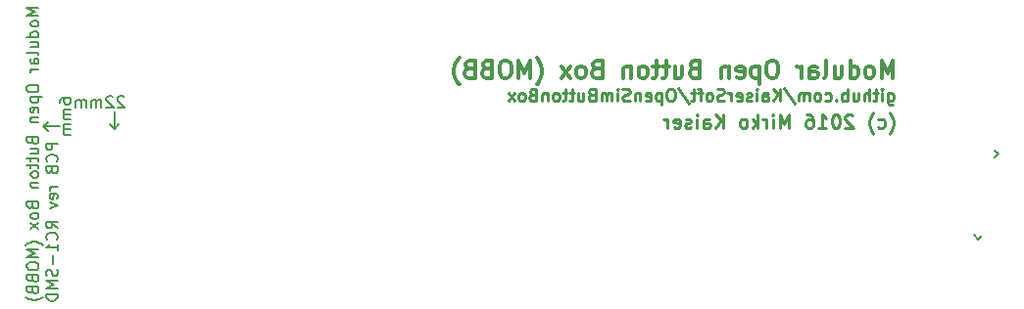
<source format=gbo>
G04 #@! TF.FileFunction,Legend,Bot*
%FSLAX46Y46*%
G04 Gerber Fmt 4.6, Leading zero omitted, Abs format (unit mm)*
G04 Created by KiCad (PCBNEW 4.0.4-stable) date 02/26/17 13:48:46*
%MOMM*%
%LPD*%
G01*
G04 APERTURE LIST*
%ADD10C,0.100000*%
%ADD11C,0.200000*%
%ADD12C,0.150000*%
%ADD13C,0.250000*%
%ADD14C,0.300000*%
G04 APERTURE END LIST*
D10*
D11*
X260300000Y-131020000D02*
X259990000Y-131330000D01*
X260000000Y-130720000D02*
X260300000Y-131020000D01*
X260320000Y-131040000D02*
X260000000Y-130720000D01*
X258525000Y-138417500D02*
X258885000Y-138057500D01*
X258155000Y-138047500D02*
X258525000Y-138417500D01*
X258525000Y-138417500D02*
X258155000Y-138047500D01*
X178170000Y-129032000D02*
X178180000Y-129032000D01*
X177780000Y-128642000D02*
X178170000Y-129032000D01*
X178190000Y-128232000D02*
X177780000Y-128642000D01*
X177790000Y-128632000D02*
X178190000Y-128232000D01*
X179170000Y-128632000D02*
X177790000Y-128632000D01*
D12*
X177347381Y-118396186D02*
X176347381Y-118396186D01*
X177061667Y-118729520D01*
X176347381Y-119062853D01*
X177347381Y-119062853D01*
X177347381Y-119681900D02*
X177299762Y-119586662D01*
X177252143Y-119539043D01*
X177156905Y-119491424D01*
X176871190Y-119491424D01*
X176775952Y-119539043D01*
X176728333Y-119586662D01*
X176680714Y-119681900D01*
X176680714Y-119824758D01*
X176728333Y-119919996D01*
X176775952Y-119967615D01*
X176871190Y-120015234D01*
X177156905Y-120015234D01*
X177252143Y-119967615D01*
X177299762Y-119919996D01*
X177347381Y-119824758D01*
X177347381Y-119681900D01*
X177347381Y-120872377D02*
X176347381Y-120872377D01*
X177299762Y-120872377D02*
X177347381Y-120777139D01*
X177347381Y-120586662D01*
X177299762Y-120491424D01*
X177252143Y-120443805D01*
X177156905Y-120396186D01*
X176871190Y-120396186D01*
X176775952Y-120443805D01*
X176728333Y-120491424D01*
X176680714Y-120586662D01*
X176680714Y-120777139D01*
X176728333Y-120872377D01*
X176680714Y-121777139D02*
X177347381Y-121777139D01*
X176680714Y-121348567D02*
X177204524Y-121348567D01*
X177299762Y-121396186D01*
X177347381Y-121491424D01*
X177347381Y-121634282D01*
X177299762Y-121729520D01*
X177252143Y-121777139D01*
X177347381Y-122396186D02*
X177299762Y-122300948D01*
X177204524Y-122253329D01*
X176347381Y-122253329D01*
X177347381Y-123205711D02*
X176823571Y-123205711D01*
X176728333Y-123158092D01*
X176680714Y-123062854D01*
X176680714Y-122872377D01*
X176728333Y-122777139D01*
X177299762Y-123205711D02*
X177347381Y-123110473D01*
X177347381Y-122872377D01*
X177299762Y-122777139D01*
X177204524Y-122729520D01*
X177109286Y-122729520D01*
X177014048Y-122777139D01*
X176966429Y-122872377D01*
X176966429Y-123110473D01*
X176918810Y-123205711D01*
X177347381Y-123681901D02*
X176680714Y-123681901D01*
X176871190Y-123681901D02*
X176775952Y-123729520D01*
X176728333Y-123777139D01*
X176680714Y-123872377D01*
X176680714Y-123967616D01*
X176347381Y-125253330D02*
X176347381Y-125443807D01*
X176395000Y-125539045D01*
X176490238Y-125634283D01*
X176680714Y-125681902D01*
X177014048Y-125681902D01*
X177204524Y-125634283D01*
X177299762Y-125539045D01*
X177347381Y-125443807D01*
X177347381Y-125253330D01*
X177299762Y-125158092D01*
X177204524Y-125062854D01*
X177014048Y-125015235D01*
X176680714Y-125015235D01*
X176490238Y-125062854D01*
X176395000Y-125158092D01*
X176347381Y-125253330D01*
X176680714Y-126110473D02*
X177680714Y-126110473D01*
X176728333Y-126110473D02*
X176680714Y-126205711D01*
X176680714Y-126396188D01*
X176728333Y-126491426D01*
X176775952Y-126539045D01*
X176871190Y-126586664D01*
X177156905Y-126586664D01*
X177252143Y-126539045D01*
X177299762Y-126491426D01*
X177347381Y-126396188D01*
X177347381Y-126205711D01*
X177299762Y-126110473D01*
X177299762Y-127396188D02*
X177347381Y-127300950D01*
X177347381Y-127110473D01*
X177299762Y-127015235D01*
X177204524Y-126967616D01*
X176823571Y-126967616D01*
X176728333Y-127015235D01*
X176680714Y-127110473D01*
X176680714Y-127300950D01*
X176728333Y-127396188D01*
X176823571Y-127443807D01*
X176918810Y-127443807D01*
X177014048Y-126967616D01*
X176680714Y-127872378D02*
X177347381Y-127872378D01*
X176775952Y-127872378D02*
X176728333Y-127919997D01*
X176680714Y-128015235D01*
X176680714Y-128158093D01*
X176728333Y-128253331D01*
X176823571Y-128300950D01*
X177347381Y-128300950D01*
X176823571Y-129872379D02*
X176871190Y-130015236D01*
X176918810Y-130062855D01*
X177014048Y-130110474D01*
X177156905Y-130110474D01*
X177252143Y-130062855D01*
X177299762Y-130015236D01*
X177347381Y-129919998D01*
X177347381Y-129539045D01*
X176347381Y-129539045D01*
X176347381Y-129872379D01*
X176395000Y-129967617D01*
X176442619Y-130015236D01*
X176537857Y-130062855D01*
X176633095Y-130062855D01*
X176728333Y-130015236D01*
X176775952Y-129967617D01*
X176823571Y-129872379D01*
X176823571Y-129539045D01*
X176680714Y-130967617D02*
X177347381Y-130967617D01*
X176680714Y-130539045D02*
X177204524Y-130539045D01*
X177299762Y-130586664D01*
X177347381Y-130681902D01*
X177347381Y-130824760D01*
X177299762Y-130919998D01*
X177252143Y-130967617D01*
X176680714Y-131300950D02*
X176680714Y-131681902D01*
X176347381Y-131443807D02*
X177204524Y-131443807D01*
X177299762Y-131491426D01*
X177347381Y-131586664D01*
X177347381Y-131681902D01*
X176680714Y-131872379D02*
X176680714Y-132253331D01*
X176347381Y-132015236D02*
X177204524Y-132015236D01*
X177299762Y-132062855D01*
X177347381Y-132158093D01*
X177347381Y-132253331D01*
X177347381Y-132729522D02*
X177299762Y-132634284D01*
X177252143Y-132586665D01*
X177156905Y-132539046D01*
X176871190Y-132539046D01*
X176775952Y-132586665D01*
X176728333Y-132634284D01*
X176680714Y-132729522D01*
X176680714Y-132872380D01*
X176728333Y-132967618D01*
X176775952Y-133015237D01*
X176871190Y-133062856D01*
X177156905Y-133062856D01*
X177252143Y-133015237D01*
X177299762Y-132967618D01*
X177347381Y-132872380D01*
X177347381Y-132729522D01*
X176680714Y-133491427D02*
X177347381Y-133491427D01*
X176775952Y-133491427D02*
X176728333Y-133539046D01*
X176680714Y-133634284D01*
X176680714Y-133777142D01*
X176728333Y-133872380D01*
X176823571Y-133919999D01*
X177347381Y-133919999D01*
X176823571Y-135491428D02*
X176871190Y-135634285D01*
X176918810Y-135681904D01*
X177014048Y-135729523D01*
X177156905Y-135729523D01*
X177252143Y-135681904D01*
X177299762Y-135634285D01*
X177347381Y-135539047D01*
X177347381Y-135158094D01*
X176347381Y-135158094D01*
X176347381Y-135491428D01*
X176395000Y-135586666D01*
X176442619Y-135634285D01*
X176537857Y-135681904D01*
X176633095Y-135681904D01*
X176728333Y-135634285D01*
X176775952Y-135586666D01*
X176823571Y-135491428D01*
X176823571Y-135158094D01*
X177347381Y-136300951D02*
X177299762Y-136205713D01*
X177252143Y-136158094D01*
X177156905Y-136110475D01*
X176871190Y-136110475D01*
X176775952Y-136158094D01*
X176728333Y-136205713D01*
X176680714Y-136300951D01*
X176680714Y-136443809D01*
X176728333Y-136539047D01*
X176775952Y-136586666D01*
X176871190Y-136634285D01*
X177156905Y-136634285D01*
X177252143Y-136586666D01*
X177299762Y-136539047D01*
X177347381Y-136443809D01*
X177347381Y-136300951D01*
X177347381Y-136967618D02*
X176680714Y-137491428D01*
X176680714Y-136967618D02*
X177347381Y-137491428D01*
X177728333Y-138920000D02*
X177680714Y-138872380D01*
X177537857Y-138777142D01*
X177442619Y-138729523D01*
X177299762Y-138681904D01*
X177061667Y-138634285D01*
X176871190Y-138634285D01*
X176633095Y-138681904D01*
X176490238Y-138729523D01*
X176395000Y-138777142D01*
X176252143Y-138872380D01*
X176204524Y-138920000D01*
X177347381Y-139300952D02*
X176347381Y-139300952D01*
X177061667Y-139634286D01*
X176347381Y-139967619D01*
X177347381Y-139967619D01*
X176347381Y-140634285D02*
X176347381Y-140824762D01*
X176395000Y-140920000D01*
X176490238Y-141015238D01*
X176680714Y-141062857D01*
X177014048Y-141062857D01*
X177204524Y-141015238D01*
X177299762Y-140920000D01*
X177347381Y-140824762D01*
X177347381Y-140634285D01*
X177299762Y-140539047D01*
X177204524Y-140443809D01*
X177014048Y-140396190D01*
X176680714Y-140396190D01*
X176490238Y-140443809D01*
X176395000Y-140539047D01*
X176347381Y-140634285D01*
X176823571Y-141824762D02*
X176871190Y-141967619D01*
X176918810Y-142015238D01*
X177014048Y-142062857D01*
X177156905Y-142062857D01*
X177252143Y-142015238D01*
X177299762Y-141967619D01*
X177347381Y-141872381D01*
X177347381Y-141491428D01*
X176347381Y-141491428D01*
X176347381Y-141824762D01*
X176395000Y-141920000D01*
X176442619Y-141967619D01*
X176537857Y-142015238D01*
X176633095Y-142015238D01*
X176728333Y-141967619D01*
X176775952Y-141920000D01*
X176823571Y-141824762D01*
X176823571Y-141491428D01*
X176823571Y-142824762D02*
X176871190Y-142967619D01*
X176918810Y-143015238D01*
X177014048Y-143062857D01*
X177156905Y-143062857D01*
X177252143Y-143015238D01*
X177299762Y-142967619D01*
X177347381Y-142872381D01*
X177347381Y-142491428D01*
X176347381Y-142491428D01*
X176347381Y-142824762D01*
X176395000Y-142920000D01*
X176442619Y-142967619D01*
X176537857Y-143015238D01*
X176633095Y-143015238D01*
X176728333Y-142967619D01*
X176775952Y-142920000D01*
X176823571Y-142824762D01*
X176823571Y-142491428D01*
X177728333Y-143396190D02*
X177680714Y-143443809D01*
X177537857Y-143539047D01*
X177442619Y-143586666D01*
X177299762Y-143634285D01*
X177061667Y-143681904D01*
X176871190Y-143681904D01*
X176633095Y-143634285D01*
X176490238Y-143586666D01*
X176395000Y-143539047D01*
X176252143Y-143443809D01*
X176204524Y-143396190D01*
X178997381Y-130110475D02*
X177997381Y-130110475D01*
X177997381Y-130491428D01*
X178045000Y-130586666D01*
X178092619Y-130634285D01*
X178187857Y-130681904D01*
X178330714Y-130681904D01*
X178425952Y-130634285D01*
X178473571Y-130586666D01*
X178521190Y-130491428D01*
X178521190Y-130110475D01*
X178902143Y-131681904D02*
X178949762Y-131634285D01*
X178997381Y-131491428D01*
X178997381Y-131396190D01*
X178949762Y-131253332D01*
X178854524Y-131158094D01*
X178759286Y-131110475D01*
X178568810Y-131062856D01*
X178425952Y-131062856D01*
X178235476Y-131110475D01*
X178140238Y-131158094D01*
X178045000Y-131253332D01*
X177997381Y-131396190D01*
X177997381Y-131491428D01*
X178045000Y-131634285D01*
X178092619Y-131681904D01*
X178473571Y-132443809D02*
X178521190Y-132586666D01*
X178568810Y-132634285D01*
X178664048Y-132681904D01*
X178806905Y-132681904D01*
X178902143Y-132634285D01*
X178949762Y-132586666D01*
X178997381Y-132491428D01*
X178997381Y-132110475D01*
X177997381Y-132110475D01*
X177997381Y-132443809D01*
X178045000Y-132539047D01*
X178092619Y-132586666D01*
X178187857Y-132634285D01*
X178283095Y-132634285D01*
X178378333Y-132586666D01*
X178425952Y-132539047D01*
X178473571Y-132443809D01*
X178473571Y-132110475D01*
X178997381Y-133872380D02*
X178330714Y-133872380D01*
X178521190Y-133872380D02*
X178425952Y-133919999D01*
X178378333Y-133967618D01*
X178330714Y-134062856D01*
X178330714Y-134158095D01*
X178949762Y-134872381D02*
X178997381Y-134777143D01*
X178997381Y-134586666D01*
X178949762Y-134491428D01*
X178854524Y-134443809D01*
X178473571Y-134443809D01*
X178378333Y-134491428D01*
X178330714Y-134586666D01*
X178330714Y-134777143D01*
X178378333Y-134872381D01*
X178473571Y-134920000D01*
X178568810Y-134920000D01*
X178664048Y-134443809D01*
X178330714Y-135253333D02*
X178997381Y-135491428D01*
X178330714Y-135729524D01*
X178997381Y-137443810D02*
X178521190Y-137110476D01*
X178997381Y-136872381D02*
X177997381Y-136872381D01*
X177997381Y-137253334D01*
X178045000Y-137348572D01*
X178092619Y-137396191D01*
X178187857Y-137443810D01*
X178330714Y-137443810D01*
X178425952Y-137396191D01*
X178473571Y-137348572D01*
X178521190Y-137253334D01*
X178521190Y-136872381D01*
X178902143Y-138443810D02*
X178949762Y-138396191D01*
X178997381Y-138253334D01*
X178997381Y-138158096D01*
X178949762Y-138015238D01*
X178854524Y-137920000D01*
X178759286Y-137872381D01*
X178568810Y-137824762D01*
X178425952Y-137824762D01*
X178235476Y-137872381D01*
X178140238Y-137920000D01*
X178045000Y-138015238D01*
X177997381Y-138158096D01*
X177997381Y-138253334D01*
X178045000Y-138396191D01*
X178092619Y-138443810D01*
X178997381Y-139396191D02*
X178997381Y-138824762D01*
X178997381Y-139110476D02*
X177997381Y-139110476D01*
X178140238Y-139015238D01*
X178235476Y-138920000D01*
X178283095Y-138824762D01*
X178616429Y-139824762D02*
X178616429Y-140586667D01*
X178949762Y-141015238D02*
X178997381Y-141158095D01*
X178997381Y-141396191D01*
X178949762Y-141491429D01*
X178902143Y-141539048D01*
X178806905Y-141586667D01*
X178711667Y-141586667D01*
X178616429Y-141539048D01*
X178568810Y-141491429D01*
X178521190Y-141396191D01*
X178473571Y-141205714D01*
X178425952Y-141110476D01*
X178378333Y-141062857D01*
X178283095Y-141015238D01*
X178187857Y-141015238D01*
X178092619Y-141062857D01*
X178045000Y-141110476D01*
X177997381Y-141205714D01*
X177997381Y-141443810D01*
X178045000Y-141586667D01*
X178997381Y-142015238D02*
X177997381Y-142015238D01*
X178711667Y-142348572D01*
X177997381Y-142681905D01*
X178997381Y-142681905D01*
X178997381Y-143158095D02*
X177997381Y-143158095D01*
X177997381Y-143396190D01*
X178045000Y-143539048D01*
X178140238Y-143634286D01*
X178235476Y-143681905D01*
X178425952Y-143729524D01*
X178568810Y-143729524D01*
X178759286Y-143681905D01*
X178854524Y-143634286D01*
X178949762Y-143539048D01*
X178997381Y-143396190D01*
X178997381Y-143158095D01*
D11*
X184294500Y-128468500D02*
X184284500Y-128478500D01*
X183934500Y-128828500D02*
X184294500Y-128468500D01*
X183534500Y-128428500D02*
X183934500Y-128828500D01*
X183924500Y-128818500D02*
X183534500Y-128428500D01*
X183924500Y-127368500D02*
X183924500Y-128818500D01*
D12*
X184721238Y-126103119D02*
X184673619Y-126055500D01*
X184578381Y-126007881D01*
X184340285Y-126007881D01*
X184245047Y-126055500D01*
X184197428Y-126103119D01*
X184149809Y-126198357D01*
X184149809Y-126293595D01*
X184197428Y-126436452D01*
X184768857Y-127007881D01*
X184149809Y-127007881D01*
X183768857Y-126103119D02*
X183721238Y-126055500D01*
X183626000Y-126007881D01*
X183387904Y-126007881D01*
X183292666Y-126055500D01*
X183245047Y-126103119D01*
X183197428Y-126198357D01*
X183197428Y-126293595D01*
X183245047Y-126436452D01*
X183816476Y-127007881D01*
X183197428Y-127007881D01*
X182768857Y-127007881D02*
X182768857Y-126341214D01*
X182768857Y-126436452D02*
X182721238Y-126388833D01*
X182626000Y-126341214D01*
X182483142Y-126341214D01*
X182387904Y-126388833D01*
X182340285Y-126484071D01*
X182340285Y-127007881D01*
X182340285Y-126484071D02*
X182292666Y-126388833D01*
X182197428Y-126341214D01*
X182054571Y-126341214D01*
X181959333Y-126388833D01*
X181911714Y-126484071D01*
X181911714Y-127007881D01*
X181435524Y-127007881D02*
X181435524Y-126341214D01*
X181435524Y-126436452D02*
X181387905Y-126388833D01*
X181292667Y-126341214D01*
X181149809Y-126341214D01*
X181054571Y-126388833D01*
X181006952Y-126484071D01*
X181006952Y-127007881D01*
X181006952Y-126484071D02*
X180959333Y-126388833D01*
X180864095Y-126341214D01*
X180721238Y-126341214D01*
X180626000Y-126388833D01*
X180578381Y-126484071D01*
X180578381Y-127007881D01*
X179157381Y-126619144D02*
X179157381Y-126428667D01*
X179205000Y-126333429D01*
X179252619Y-126285810D01*
X179395476Y-126190572D01*
X179585952Y-126142953D01*
X179966905Y-126142953D01*
X180062143Y-126190572D01*
X180109762Y-126238191D01*
X180157381Y-126333429D01*
X180157381Y-126523906D01*
X180109762Y-126619144D01*
X180062143Y-126666763D01*
X179966905Y-126714382D01*
X179728810Y-126714382D01*
X179633571Y-126666763D01*
X179585952Y-126619144D01*
X179538333Y-126523906D01*
X179538333Y-126333429D01*
X179585952Y-126238191D01*
X179633571Y-126190572D01*
X179728810Y-126142953D01*
X180157381Y-127142953D02*
X179490714Y-127142953D01*
X179585952Y-127142953D02*
X179538333Y-127190572D01*
X179490714Y-127285810D01*
X179490714Y-127428668D01*
X179538333Y-127523906D01*
X179633571Y-127571525D01*
X180157381Y-127571525D01*
X179633571Y-127571525D02*
X179538333Y-127619144D01*
X179490714Y-127714382D01*
X179490714Y-127857239D01*
X179538333Y-127952477D01*
X179633571Y-128000096D01*
X180157381Y-128000096D01*
X180157381Y-128476286D02*
X179490714Y-128476286D01*
X179585952Y-128476286D02*
X179538333Y-128523905D01*
X179490714Y-128619143D01*
X179490714Y-128762001D01*
X179538333Y-128857239D01*
X179633571Y-128904858D01*
X180157381Y-128904858D01*
X179633571Y-128904858D02*
X179538333Y-128952477D01*
X179490714Y-129047715D01*
X179490714Y-129190572D01*
X179538333Y-129285810D01*
X179633571Y-129333429D01*
X180157381Y-129333429D01*
D13*
X250864286Y-129250000D02*
X250921428Y-129192857D01*
X251035714Y-129021429D01*
X251092857Y-128907143D01*
X251150000Y-128735714D01*
X251207143Y-128450000D01*
X251207143Y-128221429D01*
X251150000Y-127935714D01*
X251092857Y-127764286D01*
X251035714Y-127650000D01*
X250921428Y-127478571D01*
X250864286Y-127421429D01*
X249892857Y-128735714D02*
X250007143Y-128792857D01*
X250235714Y-128792857D01*
X250350000Y-128735714D01*
X250407143Y-128678571D01*
X250464286Y-128564286D01*
X250464286Y-128221429D01*
X250407143Y-128107143D01*
X250350000Y-128050000D01*
X250235714Y-127992857D01*
X250007143Y-127992857D01*
X249892857Y-128050000D01*
X249492857Y-129250000D02*
X249435715Y-129192857D01*
X249321429Y-129021429D01*
X249264286Y-128907143D01*
X249207143Y-128735714D01*
X249150000Y-128450000D01*
X249150000Y-128221429D01*
X249207143Y-127935714D01*
X249264286Y-127764286D01*
X249321429Y-127650000D01*
X249435715Y-127478571D01*
X249492857Y-127421429D01*
X247721429Y-127707143D02*
X247664286Y-127650000D01*
X247550000Y-127592857D01*
X247264286Y-127592857D01*
X247150000Y-127650000D01*
X247092857Y-127707143D01*
X247035714Y-127821429D01*
X247035714Y-127935714D01*
X247092857Y-128107143D01*
X247778571Y-128792857D01*
X247035714Y-128792857D01*
X246292857Y-127592857D02*
X246178572Y-127592857D01*
X246064286Y-127650000D01*
X246007143Y-127707143D01*
X245950000Y-127821429D01*
X245892857Y-128050000D01*
X245892857Y-128335714D01*
X245950000Y-128564286D01*
X246007143Y-128678571D01*
X246064286Y-128735714D01*
X246178572Y-128792857D01*
X246292857Y-128792857D01*
X246407143Y-128735714D01*
X246464286Y-128678571D01*
X246521429Y-128564286D01*
X246578572Y-128335714D01*
X246578572Y-128050000D01*
X246521429Y-127821429D01*
X246464286Y-127707143D01*
X246407143Y-127650000D01*
X246292857Y-127592857D01*
X244750000Y-128792857D02*
X245435715Y-128792857D01*
X245092857Y-128792857D02*
X245092857Y-127592857D01*
X245207143Y-127764286D01*
X245321429Y-127878571D01*
X245435715Y-127935714D01*
X243721429Y-127592857D02*
X243950000Y-127592857D01*
X244064286Y-127650000D01*
X244121429Y-127707143D01*
X244235715Y-127878571D01*
X244292858Y-128107143D01*
X244292858Y-128564286D01*
X244235715Y-128678571D01*
X244178572Y-128735714D01*
X244064286Y-128792857D01*
X243835715Y-128792857D01*
X243721429Y-128735714D01*
X243664286Y-128678571D01*
X243607143Y-128564286D01*
X243607143Y-128278571D01*
X243664286Y-128164286D01*
X243721429Y-128107143D01*
X243835715Y-128050000D01*
X244064286Y-128050000D01*
X244178572Y-128107143D01*
X244235715Y-128164286D01*
X244292858Y-128278571D01*
X242178572Y-128792857D02*
X242178572Y-127592857D01*
X241778572Y-128450000D01*
X241378572Y-127592857D01*
X241378572Y-128792857D01*
X240807143Y-128792857D02*
X240807143Y-127992857D01*
X240807143Y-127592857D02*
X240864286Y-127650000D01*
X240807143Y-127707143D01*
X240750000Y-127650000D01*
X240807143Y-127592857D01*
X240807143Y-127707143D01*
X240235714Y-128792857D02*
X240235714Y-127992857D01*
X240235714Y-128221429D02*
X240178571Y-128107143D01*
X240121428Y-128050000D01*
X240007142Y-127992857D01*
X239892857Y-127992857D01*
X239492857Y-128792857D02*
X239492857Y-127592857D01*
X239378571Y-128335714D02*
X239035714Y-128792857D01*
X239035714Y-127992857D02*
X239492857Y-128450000D01*
X238349999Y-128792857D02*
X238464285Y-128735714D01*
X238521428Y-128678571D01*
X238578571Y-128564286D01*
X238578571Y-128221429D01*
X238521428Y-128107143D01*
X238464285Y-128050000D01*
X238349999Y-127992857D01*
X238178571Y-127992857D01*
X238064285Y-128050000D01*
X238007142Y-128107143D01*
X237949999Y-128221429D01*
X237949999Y-128564286D01*
X238007142Y-128678571D01*
X238064285Y-128735714D01*
X238178571Y-128792857D01*
X238349999Y-128792857D01*
X236521428Y-128792857D02*
X236521428Y-127592857D01*
X235835713Y-128792857D02*
X236349999Y-128107143D01*
X235835713Y-127592857D02*
X236521428Y-128278571D01*
X234807142Y-128792857D02*
X234807142Y-128164286D01*
X234864285Y-128050000D01*
X234978571Y-127992857D01*
X235207142Y-127992857D01*
X235321428Y-128050000D01*
X234807142Y-128735714D02*
X234921428Y-128792857D01*
X235207142Y-128792857D01*
X235321428Y-128735714D01*
X235378571Y-128621429D01*
X235378571Y-128507143D01*
X235321428Y-128392857D01*
X235207142Y-128335714D01*
X234921428Y-128335714D01*
X234807142Y-128278571D01*
X234235714Y-128792857D02*
X234235714Y-127992857D01*
X234235714Y-127592857D02*
X234292857Y-127650000D01*
X234235714Y-127707143D01*
X234178571Y-127650000D01*
X234235714Y-127592857D01*
X234235714Y-127707143D01*
X233721428Y-128735714D02*
X233607142Y-128792857D01*
X233378570Y-128792857D01*
X233264285Y-128735714D01*
X233207142Y-128621429D01*
X233207142Y-128564286D01*
X233264285Y-128450000D01*
X233378570Y-128392857D01*
X233549999Y-128392857D01*
X233664285Y-128335714D01*
X233721428Y-128221429D01*
X233721428Y-128164286D01*
X233664285Y-128050000D01*
X233549999Y-127992857D01*
X233378570Y-127992857D01*
X233264285Y-128050000D01*
X232235713Y-128735714D02*
X232349999Y-128792857D01*
X232578570Y-128792857D01*
X232692856Y-128735714D01*
X232749999Y-128621429D01*
X232749999Y-128164286D01*
X232692856Y-128050000D01*
X232578570Y-127992857D01*
X232349999Y-127992857D01*
X232235713Y-128050000D01*
X232178570Y-128164286D01*
X232178570Y-128278571D01*
X232749999Y-128392857D01*
X231664285Y-128792857D02*
X231664285Y-127992857D01*
X231664285Y-128221429D02*
X231607142Y-128107143D01*
X231549999Y-128050000D01*
X231435713Y-127992857D01*
X231321428Y-127992857D01*
X250725000Y-125725000D02*
X250725000Y-126575000D01*
X250775000Y-126675000D01*
X250825000Y-126725000D01*
X250925000Y-126775000D01*
X251075000Y-126775000D01*
X251175000Y-126725000D01*
X250725000Y-126375000D02*
X250825000Y-126425000D01*
X251025000Y-126425000D01*
X251125000Y-126375000D01*
X251175000Y-126325000D01*
X251225000Y-126225000D01*
X251225000Y-125925000D01*
X251175000Y-125825000D01*
X251125000Y-125775000D01*
X251025000Y-125725000D01*
X250825000Y-125725000D01*
X250725000Y-125775000D01*
X250225000Y-126425000D02*
X250225000Y-125725000D01*
X250225000Y-125375000D02*
X250275000Y-125425000D01*
X250225000Y-125475000D01*
X250175000Y-125425000D01*
X250225000Y-125375000D01*
X250225000Y-125475000D01*
X249875000Y-125725000D02*
X249475000Y-125725000D01*
X249725000Y-125375000D02*
X249725000Y-126275000D01*
X249675000Y-126375000D01*
X249575000Y-126425000D01*
X249475000Y-126425000D01*
X249125000Y-126425000D02*
X249125000Y-125375000D01*
X248675000Y-126425000D02*
X248675000Y-125875000D01*
X248725000Y-125775000D01*
X248825000Y-125725000D01*
X248975000Y-125725000D01*
X249075000Y-125775000D01*
X249125000Y-125825000D01*
X247725000Y-125725000D02*
X247725000Y-126425000D01*
X248175000Y-125725000D02*
X248175000Y-126275000D01*
X248125000Y-126375000D01*
X248025000Y-126425000D01*
X247875000Y-126425000D01*
X247775000Y-126375000D01*
X247725000Y-126325000D01*
X247225000Y-126425000D02*
X247225000Y-125375000D01*
X247225000Y-125775000D02*
X247125000Y-125725000D01*
X246925000Y-125725000D01*
X246825000Y-125775000D01*
X246775000Y-125825000D01*
X246725000Y-125925000D01*
X246725000Y-126225000D01*
X246775000Y-126325000D01*
X246825000Y-126375000D01*
X246925000Y-126425000D01*
X247125000Y-126425000D01*
X247225000Y-126375000D01*
X246275000Y-126325000D02*
X246225000Y-126375000D01*
X246275000Y-126425000D01*
X246325000Y-126375000D01*
X246275000Y-126325000D01*
X246275000Y-126425000D01*
X245325000Y-126375000D02*
X245425000Y-126425000D01*
X245625000Y-126425000D01*
X245725000Y-126375000D01*
X245775000Y-126325000D01*
X245825000Y-126225000D01*
X245825000Y-125925000D01*
X245775000Y-125825000D01*
X245725000Y-125775000D01*
X245625000Y-125725000D01*
X245425000Y-125725000D01*
X245325000Y-125775000D01*
X244725000Y-126425000D02*
X244825000Y-126375000D01*
X244875000Y-126325000D01*
X244925000Y-126225000D01*
X244925000Y-125925000D01*
X244875000Y-125825000D01*
X244825000Y-125775000D01*
X244725000Y-125725000D01*
X244575000Y-125725000D01*
X244475000Y-125775000D01*
X244425000Y-125825000D01*
X244375000Y-125925000D01*
X244375000Y-126225000D01*
X244425000Y-126325000D01*
X244475000Y-126375000D01*
X244575000Y-126425000D01*
X244725000Y-126425000D01*
X243925000Y-126425000D02*
X243925000Y-125725000D01*
X243925000Y-125825000D02*
X243875000Y-125775000D01*
X243775000Y-125725000D01*
X243625000Y-125725000D01*
X243525000Y-125775000D01*
X243475000Y-125875000D01*
X243475000Y-126425000D01*
X243475000Y-125875000D02*
X243425000Y-125775000D01*
X243325000Y-125725000D01*
X243175000Y-125725000D01*
X243075000Y-125775000D01*
X243025000Y-125875000D01*
X243025000Y-126425000D01*
X241775000Y-125325000D02*
X242675000Y-126675000D01*
X241425000Y-126425000D02*
X241425000Y-125375000D01*
X240825000Y-126425000D02*
X241275000Y-125825000D01*
X240825000Y-125375000D02*
X241425000Y-125975000D01*
X239925000Y-126425000D02*
X239925000Y-125875000D01*
X239975000Y-125775000D01*
X240075000Y-125725000D01*
X240275000Y-125725000D01*
X240375000Y-125775000D01*
X239925000Y-126375000D02*
X240025000Y-126425000D01*
X240275000Y-126425000D01*
X240375000Y-126375000D01*
X240425000Y-126275000D01*
X240425000Y-126175000D01*
X240375000Y-126075000D01*
X240275000Y-126025000D01*
X240025000Y-126025000D01*
X239925000Y-125975000D01*
X239425000Y-126425000D02*
X239425000Y-125725000D01*
X239425000Y-125375000D02*
X239475000Y-125425000D01*
X239425000Y-125475000D01*
X239375000Y-125425000D01*
X239425000Y-125375000D01*
X239425000Y-125475000D01*
X238975000Y-126375000D02*
X238875000Y-126425000D01*
X238675000Y-126425000D01*
X238575000Y-126375000D01*
X238525000Y-126275000D01*
X238525000Y-126225000D01*
X238575000Y-126125000D01*
X238675000Y-126075000D01*
X238825000Y-126075000D01*
X238925000Y-126025000D01*
X238975000Y-125925000D01*
X238975000Y-125875000D01*
X238925000Y-125775000D01*
X238825000Y-125725000D01*
X238675000Y-125725000D01*
X238575000Y-125775000D01*
X237675000Y-126375000D02*
X237775000Y-126425000D01*
X237975000Y-126425000D01*
X238075000Y-126375000D01*
X238125000Y-126275000D01*
X238125000Y-125875000D01*
X238075000Y-125775000D01*
X237975000Y-125725000D01*
X237775000Y-125725000D01*
X237675000Y-125775000D01*
X237625000Y-125875000D01*
X237625000Y-125975000D01*
X238125000Y-126075000D01*
X237175000Y-126425000D02*
X237175000Y-125725000D01*
X237175000Y-125925000D02*
X237125000Y-125825000D01*
X237075000Y-125775000D01*
X236975000Y-125725000D01*
X236875000Y-125725000D01*
X236575000Y-126375000D02*
X236425000Y-126425000D01*
X236175000Y-126425000D01*
X236075000Y-126375000D01*
X236025000Y-126325000D01*
X235975000Y-126225000D01*
X235975000Y-126125000D01*
X236025000Y-126025000D01*
X236075000Y-125975000D01*
X236175000Y-125925000D01*
X236375000Y-125875000D01*
X236475000Y-125825000D01*
X236525000Y-125775000D01*
X236575000Y-125675000D01*
X236575000Y-125575000D01*
X236525000Y-125475000D01*
X236475000Y-125425000D01*
X236375000Y-125375000D01*
X236125000Y-125375000D01*
X235975000Y-125425000D01*
X235375000Y-126425000D02*
X235475000Y-126375000D01*
X235525000Y-126325000D01*
X235575000Y-126225000D01*
X235575000Y-125925000D01*
X235525000Y-125825000D01*
X235475000Y-125775000D01*
X235375000Y-125725000D01*
X235225000Y-125725000D01*
X235125000Y-125775000D01*
X235075000Y-125825000D01*
X235025000Y-125925000D01*
X235025000Y-126225000D01*
X235075000Y-126325000D01*
X235125000Y-126375000D01*
X235225000Y-126425000D01*
X235375000Y-126425000D01*
X234725000Y-125725000D02*
X234325000Y-125725000D01*
X234575000Y-126425000D02*
X234575000Y-125525000D01*
X234525000Y-125425000D01*
X234425000Y-125375000D01*
X234325000Y-125375000D01*
X234125000Y-125725000D02*
X233725000Y-125725000D01*
X233975000Y-125375000D02*
X233975000Y-126275000D01*
X233925000Y-126375000D01*
X233825000Y-126425000D01*
X233725000Y-126425000D01*
X232625000Y-125325000D02*
X233525000Y-126675000D01*
X232075000Y-125375000D02*
X231875000Y-125375000D01*
X231775000Y-125425000D01*
X231675000Y-125525000D01*
X231625000Y-125725000D01*
X231625000Y-126075000D01*
X231675000Y-126275000D01*
X231775000Y-126375000D01*
X231875000Y-126425000D01*
X232075000Y-126425000D01*
X232175000Y-126375000D01*
X232275000Y-126275000D01*
X232325000Y-126075000D01*
X232325000Y-125725000D01*
X232275000Y-125525000D01*
X232175000Y-125425000D01*
X232075000Y-125375000D01*
X231175000Y-125725000D02*
X231175000Y-126775000D01*
X231175000Y-125775000D02*
X231075000Y-125725000D01*
X230875000Y-125725000D01*
X230775000Y-125775000D01*
X230725000Y-125825000D01*
X230675000Y-125925000D01*
X230675000Y-126225000D01*
X230725000Y-126325000D01*
X230775000Y-126375000D01*
X230875000Y-126425000D01*
X231075000Y-126425000D01*
X231175000Y-126375000D01*
X229825000Y-126375000D02*
X229925000Y-126425000D01*
X230125000Y-126425000D01*
X230225000Y-126375000D01*
X230275000Y-126275000D01*
X230275000Y-125875000D01*
X230225000Y-125775000D01*
X230125000Y-125725000D01*
X229925000Y-125725000D01*
X229825000Y-125775000D01*
X229775000Y-125875000D01*
X229775000Y-125975000D01*
X230275000Y-126075000D01*
X229325000Y-125725000D02*
X229325000Y-126425000D01*
X229325000Y-125825000D02*
X229275000Y-125775000D01*
X229175000Y-125725000D01*
X229025000Y-125725000D01*
X228925000Y-125775000D01*
X228875000Y-125875000D01*
X228875000Y-126425000D01*
X228425000Y-126375000D02*
X228275000Y-126425000D01*
X228025000Y-126425000D01*
X227925000Y-126375000D01*
X227875000Y-126325000D01*
X227825000Y-126225000D01*
X227825000Y-126125000D01*
X227875000Y-126025000D01*
X227925000Y-125975000D01*
X228025000Y-125925000D01*
X228225000Y-125875000D01*
X228325000Y-125825000D01*
X228375000Y-125775000D01*
X228425000Y-125675000D01*
X228425000Y-125575000D01*
X228375000Y-125475000D01*
X228325000Y-125425000D01*
X228225000Y-125375000D01*
X227975000Y-125375000D01*
X227825000Y-125425000D01*
X227375000Y-126425000D02*
X227375000Y-125725000D01*
X227375000Y-125375000D02*
X227425000Y-125425000D01*
X227375000Y-125475000D01*
X227325000Y-125425000D01*
X227375000Y-125375000D01*
X227375000Y-125475000D01*
X226875000Y-126425000D02*
X226875000Y-125725000D01*
X226875000Y-125825000D02*
X226825000Y-125775000D01*
X226725000Y-125725000D01*
X226575000Y-125725000D01*
X226475000Y-125775000D01*
X226425000Y-125875000D01*
X226425000Y-126425000D01*
X226425000Y-125875000D02*
X226375000Y-125775000D01*
X226275000Y-125725000D01*
X226125000Y-125725000D01*
X226025000Y-125775000D01*
X225975000Y-125875000D01*
X225975000Y-126425000D01*
X225125000Y-125875000D02*
X224975000Y-125925000D01*
X224925000Y-125975000D01*
X224875000Y-126075000D01*
X224875000Y-126225000D01*
X224925000Y-126325000D01*
X224975000Y-126375000D01*
X225075000Y-126425000D01*
X225475000Y-126425000D01*
X225475000Y-125375000D01*
X225125000Y-125375000D01*
X225025000Y-125425000D01*
X224975000Y-125475000D01*
X224925000Y-125575000D01*
X224925000Y-125675000D01*
X224975000Y-125775000D01*
X225025000Y-125825000D01*
X225125000Y-125875000D01*
X225475000Y-125875000D01*
X223975000Y-125725000D02*
X223975000Y-126425000D01*
X224425000Y-125725000D02*
X224425000Y-126275000D01*
X224375000Y-126375000D01*
X224275000Y-126425000D01*
X224125000Y-126425000D01*
X224025000Y-126375000D01*
X223975000Y-126325000D01*
X223625000Y-125725000D02*
X223225000Y-125725000D01*
X223475000Y-125375000D02*
X223475000Y-126275000D01*
X223425000Y-126375000D01*
X223325000Y-126425000D01*
X223225000Y-126425000D01*
X223025000Y-125725000D02*
X222625000Y-125725000D01*
X222875000Y-125375000D02*
X222875000Y-126275000D01*
X222825000Y-126375000D01*
X222725000Y-126425000D01*
X222625000Y-126425000D01*
X222125000Y-126425000D02*
X222225000Y-126375000D01*
X222275000Y-126325000D01*
X222325000Y-126225000D01*
X222325000Y-125925000D01*
X222275000Y-125825000D01*
X222225000Y-125775000D01*
X222125000Y-125725000D01*
X221975000Y-125725000D01*
X221875000Y-125775000D01*
X221825000Y-125825000D01*
X221775000Y-125925000D01*
X221775000Y-126225000D01*
X221825000Y-126325000D01*
X221875000Y-126375000D01*
X221975000Y-126425000D01*
X222125000Y-126425000D01*
X221325000Y-125725000D02*
X221325000Y-126425000D01*
X221325000Y-125825000D02*
X221275000Y-125775000D01*
X221175000Y-125725000D01*
X221025000Y-125725000D01*
X220925000Y-125775000D01*
X220875000Y-125875000D01*
X220875000Y-126425000D01*
X220025000Y-125875000D02*
X219875000Y-125925000D01*
X219825000Y-125975000D01*
X219775000Y-126075000D01*
X219775000Y-126225000D01*
X219825000Y-126325000D01*
X219875000Y-126375000D01*
X219975000Y-126425000D01*
X220375000Y-126425000D01*
X220375000Y-125375000D01*
X220025000Y-125375000D01*
X219925000Y-125425000D01*
X219875000Y-125475000D01*
X219825000Y-125575000D01*
X219825000Y-125675000D01*
X219875000Y-125775000D01*
X219925000Y-125825000D01*
X220025000Y-125875000D01*
X220375000Y-125875000D01*
X219175000Y-126425000D02*
X219275000Y-126375000D01*
X219325000Y-126325000D01*
X219375000Y-126225000D01*
X219375000Y-125925000D01*
X219325000Y-125825000D01*
X219275000Y-125775000D01*
X219175000Y-125725000D01*
X219025000Y-125725000D01*
X218925000Y-125775000D01*
X218875000Y-125825000D01*
X218825000Y-125925000D01*
X218825000Y-126225000D01*
X218875000Y-126325000D01*
X218925000Y-126375000D01*
X219025000Y-126425000D01*
X219175000Y-126425000D01*
X218475000Y-126425000D02*
X217925000Y-125725000D01*
X218475000Y-125725000D02*
X217925000Y-126425000D01*
D14*
X251192857Y-124428571D02*
X251192857Y-122928571D01*
X250692857Y-124000000D01*
X250192857Y-122928571D01*
X250192857Y-124428571D01*
X249264285Y-124428571D02*
X249407143Y-124357143D01*
X249478571Y-124285714D01*
X249550000Y-124142857D01*
X249550000Y-123714286D01*
X249478571Y-123571429D01*
X249407143Y-123500000D01*
X249264285Y-123428571D01*
X249050000Y-123428571D01*
X248907143Y-123500000D01*
X248835714Y-123571429D01*
X248764285Y-123714286D01*
X248764285Y-124142857D01*
X248835714Y-124285714D01*
X248907143Y-124357143D01*
X249050000Y-124428571D01*
X249264285Y-124428571D01*
X247478571Y-124428571D02*
X247478571Y-122928571D01*
X247478571Y-124357143D02*
X247621428Y-124428571D01*
X247907142Y-124428571D01*
X248050000Y-124357143D01*
X248121428Y-124285714D01*
X248192857Y-124142857D01*
X248192857Y-123714286D01*
X248121428Y-123571429D01*
X248050000Y-123500000D01*
X247907142Y-123428571D01*
X247621428Y-123428571D01*
X247478571Y-123500000D01*
X246121428Y-123428571D02*
X246121428Y-124428571D01*
X246764285Y-123428571D02*
X246764285Y-124214286D01*
X246692857Y-124357143D01*
X246549999Y-124428571D01*
X246335714Y-124428571D01*
X246192857Y-124357143D01*
X246121428Y-124285714D01*
X245192856Y-124428571D02*
X245335714Y-124357143D01*
X245407142Y-124214286D01*
X245407142Y-122928571D01*
X243978571Y-124428571D02*
X243978571Y-123642857D01*
X244050000Y-123500000D01*
X244192857Y-123428571D01*
X244478571Y-123428571D01*
X244621428Y-123500000D01*
X243978571Y-124357143D02*
X244121428Y-124428571D01*
X244478571Y-124428571D01*
X244621428Y-124357143D01*
X244692857Y-124214286D01*
X244692857Y-124071429D01*
X244621428Y-123928571D01*
X244478571Y-123857143D01*
X244121428Y-123857143D01*
X243978571Y-123785714D01*
X243264285Y-124428571D02*
X243264285Y-123428571D01*
X243264285Y-123714286D02*
X243192857Y-123571429D01*
X243121428Y-123500000D01*
X242978571Y-123428571D01*
X242835714Y-123428571D01*
X240907143Y-122928571D02*
X240621429Y-122928571D01*
X240478571Y-123000000D01*
X240335714Y-123142857D01*
X240264286Y-123428571D01*
X240264286Y-123928571D01*
X240335714Y-124214286D01*
X240478571Y-124357143D01*
X240621429Y-124428571D01*
X240907143Y-124428571D01*
X241050000Y-124357143D01*
X241192857Y-124214286D01*
X241264286Y-123928571D01*
X241264286Y-123428571D01*
X241192857Y-123142857D01*
X241050000Y-123000000D01*
X240907143Y-122928571D01*
X239621428Y-123428571D02*
X239621428Y-124928571D01*
X239621428Y-123500000D02*
X239478571Y-123428571D01*
X239192857Y-123428571D01*
X239050000Y-123500000D01*
X238978571Y-123571429D01*
X238907142Y-123714286D01*
X238907142Y-124142857D01*
X238978571Y-124285714D01*
X239050000Y-124357143D01*
X239192857Y-124428571D01*
X239478571Y-124428571D01*
X239621428Y-124357143D01*
X237692857Y-124357143D02*
X237835714Y-124428571D01*
X238121428Y-124428571D01*
X238264285Y-124357143D01*
X238335714Y-124214286D01*
X238335714Y-123642857D01*
X238264285Y-123500000D01*
X238121428Y-123428571D01*
X237835714Y-123428571D01*
X237692857Y-123500000D01*
X237621428Y-123642857D01*
X237621428Y-123785714D01*
X238335714Y-123928571D01*
X236978571Y-123428571D02*
X236978571Y-124428571D01*
X236978571Y-123571429D02*
X236907143Y-123500000D01*
X236764285Y-123428571D01*
X236550000Y-123428571D01*
X236407143Y-123500000D01*
X236335714Y-123642857D01*
X236335714Y-124428571D01*
X233978571Y-123642857D02*
X233764285Y-123714286D01*
X233692857Y-123785714D01*
X233621428Y-123928571D01*
X233621428Y-124142857D01*
X233692857Y-124285714D01*
X233764285Y-124357143D01*
X233907143Y-124428571D01*
X234478571Y-124428571D01*
X234478571Y-122928571D01*
X233978571Y-122928571D01*
X233835714Y-123000000D01*
X233764285Y-123071429D01*
X233692857Y-123214286D01*
X233692857Y-123357143D01*
X233764285Y-123500000D01*
X233835714Y-123571429D01*
X233978571Y-123642857D01*
X234478571Y-123642857D01*
X232335714Y-123428571D02*
X232335714Y-124428571D01*
X232978571Y-123428571D02*
X232978571Y-124214286D01*
X232907143Y-124357143D01*
X232764285Y-124428571D01*
X232550000Y-124428571D01*
X232407143Y-124357143D01*
X232335714Y-124285714D01*
X231835714Y-123428571D02*
X231264285Y-123428571D01*
X231621428Y-122928571D02*
X231621428Y-124214286D01*
X231550000Y-124357143D01*
X231407142Y-124428571D01*
X231264285Y-124428571D01*
X230978571Y-123428571D02*
X230407142Y-123428571D01*
X230764285Y-122928571D02*
X230764285Y-124214286D01*
X230692857Y-124357143D01*
X230549999Y-124428571D01*
X230407142Y-124428571D01*
X229692856Y-124428571D02*
X229835714Y-124357143D01*
X229907142Y-124285714D01*
X229978571Y-124142857D01*
X229978571Y-123714286D01*
X229907142Y-123571429D01*
X229835714Y-123500000D01*
X229692856Y-123428571D01*
X229478571Y-123428571D01*
X229335714Y-123500000D01*
X229264285Y-123571429D01*
X229192856Y-123714286D01*
X229192856Y-124142857D01*
X229264285Y-124285714D01*
X229335714Y-124357143D01*
X229478571Y-124428571D01*
X229692856Y-124428571D01*
X228549999Y-123428571D02*
X228549999Y-124428571D01*
X228549999Y-123571429D02*
X228478571Y-123500000D01*
X228335713Y-123428571D01*
X228121428Y-123428571D01*
X227978571Y-123500000D01*
X227907142Y-123642857D01*
X227907142Y-124428571D01*
X225549999Y-123642857D02*
X225335713Y-123714286D01*
X225264285Y-123785714D01*
X225192856Y-123928571D01*
X225192856Y-124142857D01*
X225264285Y-124285714D01*
X225335713Y-124357143D01*
X225478571Y-124428571D01*
X226049999Y-124428571D01*
X226049999Y-122928571D01*
X225549999Y-122928571D01*
X225407142Y-123000000D01*
X225335713Y-123071429D01*
X225264285Y-123214286D01*
X225264285Y-123357143D01*
X225335713Y-123500000D01*
X225407142Y-123571429D01*
X225549999Y-123642857D01*
X226049999Y-123642857D01*
X224335713Y-124428571D02*
X224478571Y-124357143D01*
X224549999Y-124285714D01*
X224621428Y-124142857D01*
X224621428Y-123714286D01*
X224549999Y-123571429D01*
X224478571Y-123500000D01*
X224335713Y-123428571D01*
X224121428Y-123428571D01*
X223978571Y-123500000D01*
X223907142Y-123571429D01*
X223835713Y-123714286D01*
X223835713Y-124142857D01*
X223907142Y-124285714D01*
X223978571Y-124357143D01*
X224121428Y-124428571D01*
X224335713Y-124428571D01*
X223335713Y-124428571D02*
X222549999Y-123428571D01*
X223335713Y-123428571D02*
X222549999Y-124428571D01*
X220407142Y-125000000D02*
X220478570Y-124928571D01*
X220621427Y-124714286D01*
X220692856Y-124571429D01*
X220764285Y-124357143D01*
X220835713Y-124000000D01*
X220835713Y-123714286D01*
X220764285Y-123357143D01*
X220692856Y-123142857D01*
X220621427Y-123000000D01*
X220478570Y-122785714D01*
X220407142Y-122714286D01*
X219835713Y-124428571D02*
X219835713Y-122928571D01*
X219335713Y-124000000D01*
X218835713Y-122928571D01*
X218835713Y-124428571D01*
X217835713Y-122928571D02*
X217549999Y-122928571D01*
X217407141Y-123000000D01*
X217264284Y-123142857D01*
X217192856Y-123428571D01*
X217192856Y-123928571D01*
X217264284Y-124214286D01*
X217407141Y-124357143D01*
X217549999Y-124428571D01*
X217835713Y-124428571D01*
X217978570Y-124357143D01*
X218121427Y-124214286D01*
X218192856Y-123928571D01*
X218192856Y-123428571D01*
X218121427Y-123142857D01*
X217978570Y-123000000D01*
X217835713Y-122928571D01*
X216049998Y-123642857D02*
X215835712Y-123714286D01*
X215764284Y-123785714D01*
X215692855Y-123928571D01*
X215692855Y-124142857D01*
X215764284Y-124285714D01*
X215835712Y-124357143D01*
X215978570Y-124428571D01*
X216549998Y-124428571D01*
X216549998Y-122928571D01*
X216049998Y-122928571D01*
X215907141Y-123000000D01*
X215835712Y-123071429D01*
X215764284Y-123214286D01*
X215764284Y-123357143D01*
X215835712Y-123500000D01*
X215907141Y-123571429D01*
X216049998Y-123642857D01*
X216549998Y-123642857D01*
X214549998Y-123642857D02*
X214335712Y-123714286D01*
X214264284Y-123785714D01*
X214192855Y-123928571D01*
X214192855Y-124142857D01*
X214264284Y-124285714D01*
X214335712Y-124357143D01*
X214478570Y-124428571D01*
X215049998Y-124428571D01*
X215049998Y-122928571D01*
X214549998Y-122928571D01*
X214407141Y-123000000D01*
X214335712Y-123071429D01*
X214264284Y-123214286D01*
X214264284Y-123357143D01*
X214335712Y-123500000D01*
X214407141Y-123571429D01*
X214549998Y-123642857D01*
X215049998Y-123642857D01*
X213692855Y-125000000D02*
X213621427Y-124928571D01*
X213478570Y-124714286D01*
X213407141Y-124571429D01*
X213335712Y-124357143D01*
X213264284Y-124000000D01*
X213264284Y-123714286D01*
X213335712Y-123357143D01*
X213407141Y-123142857D01*
X213478570Y-123000000D01*
X213621427Y-122785714D01*
X213692855Y-122714286D01*
M02*

</source>
